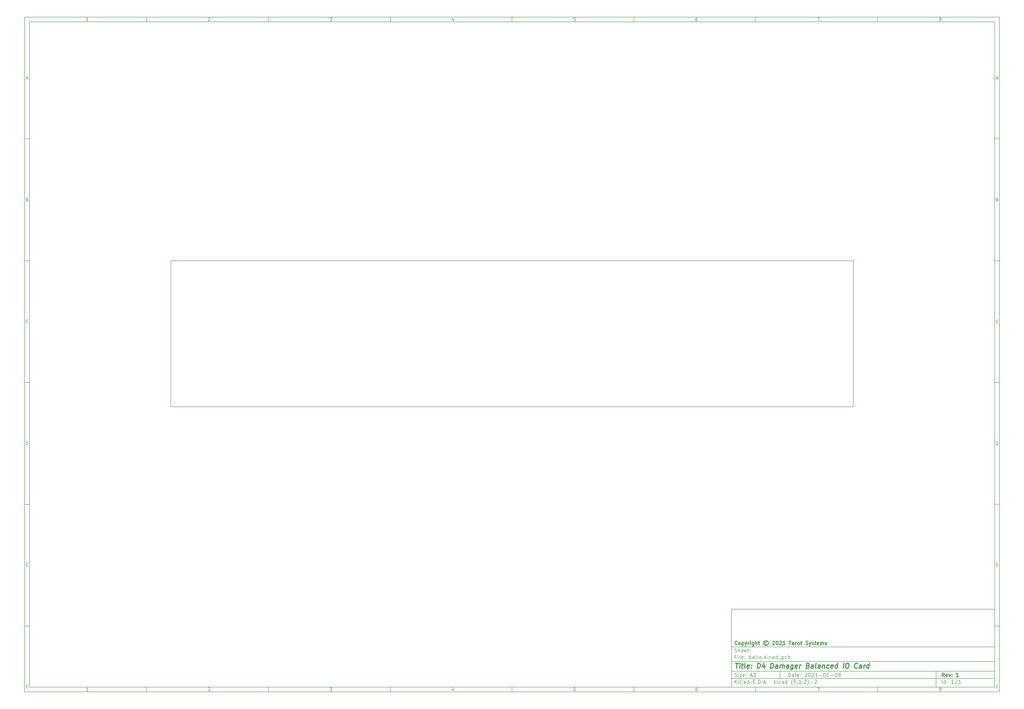
<source format=gbr>
G04 #@! TF.GenerationSoftware,KiCad,Pcbnew,(5.1.2)-2*
G04 #@! TF.CreationDate,2021-01-08T22:00:01+00:00*
G04 #@! TF.ProjectId,balio,62616c69-6f2e-46b6-9963-61645f706362,1*
G04 #@! TF.SameCoordinates,PX42c1d80PYa21fe80*
G04 #@! TF.FileFunction,Profile,NP*
%FSLAX46Y46*%
G04 Gerber Fmt 4.6, Leading zero omitted, Abs format (unit mm)*
G04 Created by KiCad (PCBNEW (5.1.2)-2) date 2021-01-08 22:00:01*
%MOMM*%
%LPD*%
G04 APERTURE LIST*
%ADD10C,0.100000*%
%ADD11C,0.150000*%
%ADD12C,0.300000*%
%ADD13C,0.400000*%
G04 APERTURE END LIST*
D10*
D11*
X229989000Y-83002200D02*
X229989000Y-115002200D01*
X337989000Y-115002200D01*
X337989000Y-83002200D01*
X229989000Y-83002200D01*
D10*
D11*
X-60000000Y160000000D02*
X-60000000Y-117002200D01*
X339989000Y-117002200D01*
X339989000Y160000000D01*
X-60000000Y160000000D01*
D10*
D11*
X-58000000Y158000000D02*
X-58000000Y-115002200D01*
X337989000Y-115002200D01*
X337989000Y158000000D01*
X-58000000Y158000000D01*
D10*
D11*
X-10000000Y158000000D02*
X-10000000Y160000000D01*
D10*
D11*
X40000000Y158000000D02*
X40000000Y160000000D01*
D10*
D11*
X90000000Y158000000D02*
X90000000Y160000000D01*
D10*
D11*
X140000000Y158000000D02*
X140000000Y160000000D01*
D10*
D11*
X190000000Y158000000D02*
X190000000Y160000000D01*
D10*
D11*
X240000000Y158000000D02*
X240000000Y160000000D01*
D10*
D11*
X290000000Y158000000D02*
X290000000Y160000000D01*
D10*
D11*
X-33934524Y158411905D02*
X-34677381Y158411905D01*
X-34305953Y158411905D02*
X-34305953Y159711905D01*
X-34429762Y159526191D01*
X-34553572Y159402381D01*
X-34677381Y159340477D01*
D10*
D11*
X15322619Y159588096D02*
X15384523Y159650000D01*
X15508333Y159711905D01*
X15817857Y159711905D01*
X15941666Y159650000D01*
X16003571Y159588096D01*
X16065476Y159464286D01*
X16065476Y159340477D01*
X16003571Y159154762D01*
X15260714Y158411905D01*
X16065476Y158411905D01*
D10*
D11*
X65260714Y159711905D02*
X66065476Y159711905D01*
X65632142Y159216667D01*
X65817857Y159216667D01*
X65941666Y159154762D01*
X66003571Y159092858D01*
X66065476Y158969048D01*
X66065476Y158659524D01*
X66003571Y158535715D01*
X65941666Y158473810D01*
X65817857Y158411905D01*
X65446428Y158411905D01*
X65322619Y158473810D01*
X65260714Y158535715D01*
D10*
D11*
X115941666Y159278572D02*
X115941666Y158411905D01*
X115632142Y159773810D02*
X115322619Y158845239D01*
X116127380Y158845239D01*
D10*
D11*
X166003571Y159711905D02*
X165384523Y159711905D01*
X165322619Y159092858D01*
X165384523Y159154762D01*
X165508333Y159216667D01*
X165817857Y159216667D01*
X165941666Y159154762D01*
X166003571Y159092858D01*
X166065476Y158969048D01*
X166065476Y158659524D01*
X166003571Y158535715D01*
X165941666Y158473810D01*
X165817857Y158411905D01*
X165508333Y158411905D01*
X165384523Y158473810D01*
X165322619Y158535715D01*
D10*
D11*
X215941666Y159711905D02*
X215694047Y159711905D01*
X215570238Y159650000D01*
X215508333Y159588096D01*
X215384523Y159402381D01*
X215322619Y159154762D01*
X215322619Y158659524D01*
X215384523Y158535715D01*
X215446428Y158473810D01*
X215570238Y158411905D01*
X215817857Y158411905D01*
X215941666Y158473810D01*
X216003571Y158535715D01*
X216065476Y158659524D01*
X216065476Y158969048D01*
X216003571Y159092858D01*
X215941666Y159154762D01*
X215817857Y159216667D01*
X215570238Y159216667D01*
X215446428Y159154762D01*
X215384523Y159092858D01*
X215322619Y158969048D01*
D10*
D11*
X265260714Y159711905D02*
X266127380Y159711905D01*
X265570238Y158411905D01*
D10*
D11*
X315570238Y159154762D02*
X315446428Y159216667D01*
X315384523Y159278572D01*
X315322619Y159402381D01*
X315322619Y159464286D01*
X315384523Y159588096D01*
X315446428Y159650000D01*
X315570238Y159711905D01*
X315817857Y159711905D01*
X315941666Y159650000D01*
X316003571Y159588096D01*
X316065476Y159464286D01*
X316065476Y159402381D01*
X316003571Y159278572D01*
X315941666Y159216667D01*
X315817857Y159154762D01*
X315570238Y159154762D01*
X315446428Y159092858D01*
X315384523Y159030953D01*
X315322619Y158907143D01*
X315322619Y158659524D01*
X315384523Y158535715D01*
X315446428Y158473810D01*
X315570238Y158411905D01*
X315817857Y158411905D01*
X315941666Y158473810D01*
X316003571Y158535715D01*
X316065476Y158659524D01*
X316065476Y158907143D01*
X316003571Y159030953D01*
X315941666Y159092858D01*
X315817857Y159154762D01*
D10*
D11*
X-10000000Y-115002200D02*
X-10000000Y-117002200D01*
D10*
D11*
X40000000Y-115002200D02*
X40000000Y-117002200D01*
D10*
D11*
X90000000Y-115002200D02*
X90000000Y-117002200D01*
D10*
D11*
X140000000Y-115002200D02*
X140000000Y-117002200D01*
D10*
D11*
X190000000Y-115002200D02*
X190000000Y-117002200D01*
D10*
D11*
X240000000Y-115002200D02*
X240000000Y-117002200D01*
D10*
D11*
X290000000Y-115002200D02*
X290000000Y-117002200D01*
D10*
D11*
X-33934524Y-116590295D02*
X-34677381Y-116590295D01*
X-34305953Y-116590295D02*
X-34305953Y-115290295D01*
X-34429762Y-115476009D01*
X-34553572Y-115599819D01*
X-34677381Y-115661723D01*
D10*
D11*
X15322619Y-115414104D02*
X15384523Y-115352200D01*
X15508333Y-115290295D01*
X15817857Y-115290295D01*
X15941666Y-115352200D01*
X16003571Y-115414104D01*
X16065476Y-115537914D01*
X16065476Y-115661723D01*
X16003571Y-115847438D01*
X15260714Y-116590295D01*
X16065476Y-116590295D01*
D10*
D11*
X65260714Y-115290295D02*
X66065476Y-115290295D01*
X65632142Y-115785533D01*
X65817857Y-115785533D01*
X65941666Y-115847438D01*
X66003571Y-115909342D01*
X66065476Y-116033152D01*
X66065476Y-116342676D01*
X66003571Y-116466485D01*
X65941666Y-116528390D01*
X65817857Y-116590295D01*
X65446428Y-116590295D01*
X65322619Y-116528390D01*
X65260714Y-116466485D01*
D10*
D11*
X115941666Y-115723628D02*
X115941666Y-116590295D01*
X115632142Y-115228390D02*
X115322619Y-116156961D01*
X116127380Y-116156961D01*
D10*
D11*
X166003571Y-115290295D02*
X165384523Y-115290295D01*
X165322619Y-115909342D01*
X165384523Y-115847438D01*
X165508333Y-115785533D01*
X165817857Y-115785533D01*
X165941666Y-115847438D01*
X166003571Y-115909342D01*
X166065476Y-116033152D01*
X166065476Y-116342676D01*
X166003571Y-116466485D01*
X165941666Y-116528390D01*
X165817857Y-116590295D01*
X165508333Y-116590295D01*
X165384523Y-116528390D01*
X165322619Y-116466485D01*
D10*
D11*
X215941666Y-115290295D02*
X215694047Y-115290295D01*
X215570238Y-115352200D01*
X215508333Y-115414104D01*
X215384523Y-115599819D01*
X215322619Y-115847438D01*
X215322619Y-116342676D01*
X215384523Y-116466485D01*
X215446428Y-116528390D01*
X215570238Y-116590295D01*
X215817857Y-116590295D01*
X215941666Y-116528390D01*
X216003571Y-116466485D01*
X216065476Y-116342676D01*
X216065476Y-116033152D01*
X216003571Y-115909342D01*
X215941666Y-115847438D01*
X215817857Y-115785533D01*
X215570238Y-115785533D01*
X215446428Y-115847438D01*
X215384523Y-115909342D01*
X215322619Y-116033152D01*
D10*
D11*
X265260714Y-115290295D02*
X266127380Y-115290295D01*
X265570238Y-116590295D01*
D10*
D11*
X315570238Y-115847438D02*
X315446428Y-115785533D01*
X315384523Y-115723628D01*
X315322619Y-115599819D01*
X315322619Y-115537914D01*
X315384523Y-115414104D01*
X315446428Y-115352200D01*
X315570238Y-115290295D01*
X315817857Y-115290295D01*
X315941666Y-115352200D01*
X316003571Y-115414104D01*
X316065476Y-115537914D01*
X316065476Y-115599819D01*
X316003571Y-115723628D01*
X315941666Y-115785533D01*
X315817857Y-115847438D01*
X315570238Y-115847438D01*
X315446428Y-115909342D01*
X315384523Y-115971247D01*
X315322619Y-116095057D01*
X315322619Y-116342676D01*
X315384523Y-116466485D01*
X315446428Y-116528390D01*
X315570238Y-116590295D01*
X315817857Y-116590295D01*
X315941666Y-116528390D01*
X316003571Y-116466485D01*
X316065476Y-116342676D01*
X316065476Y-116095057D01*
X316003571Y-115971247D01*
X315941666Y-115909342D01*
X315817857Y-115847438D01*
D10*
D11*
X-60000000Y110000000D02*
X-58000000Y110000000D01*
D10*
D11*
X-60000000Y60000000D02*
X-58000000Y60000000D01*
D10*
D11*
X-60000000Y10000000D02*
X-58000000Y10000000D01*
D10*
D11*
X-60000000Y-40000000D02*
X-58000000Y-40000000D01*
D10*
D11*
X-60000000Y-90000000D02*
X-58000000Y-90000000D01*
D10*
D11*
X-59309524Y134783334D02*
X-58690477Y134783334D01*
X-59433334Y134411905D02*
X-59000000Y135711905D01*
X-58566667Y134411905D01*
D10*
D11*
X-58907143Y85092858D02*
X-58721429Y85030953D01*
X-58659524Y84969048D01*
X-58597620Y84845239D01*
X-58597620Y84659524D01*
X-58659524Y84535715D01*
X-58721429Y84473810D01*
X-58845239Y84411905D01*
X-59340477Y84411905D01*
X-59340477Y85711905D01*
X-58907143Y85711905D01*
X-58783334Y85650000D01*
X-58721429Y85588096D01*
X-58659524Y85464286D01*
X-58659524Y85340477D01*
X-58721429Y85216667D01*
X-58783334Y85154762D01*
X-58907143Y85092858D01*
X-59340477Y85092858D01*
D10*
D11*
X-58597620Y34535715D02*
X-58659524Y34473810D01*
X-58845239Y34411905D01*
X-58969048Y34411905D01*
X-59154762Y34473810D01*
X-59278572Y34597620D01*
X-59340477Y34721429D01*
X-59402381Y34969048D01*
X-59402381Y35154762D01*
X-59340477Y35402381D01*
X-59278572Y35526191D01*
X-59154762Y35650000D01*
X-58969048Y35711905D01*
X-58845239Y35711905D01*
X-58659524Y35650000D01*
X-58597620Y35588096D01*
D10*
D11*
X-59340477Y-15588095D02*
X-59340477Y-14288095D01*
X-59030953Y-14288095D01*
X-58845239Y-14350000D01*
X-58721429Y-14473809D01*
X-58659524Y-14597619D01*
X-58597620Y-14845238D01*
X-58597620Y-15030952D01*
X-58659524Y-15278571D01*
X-58721429Y-15402380D01*
X-58845239Y-15526190D01*
X-59030953Y-15588095D01*
X-59340477Y-15588095D01*
D10*
D11*
X-59278572Y-64907142D02*
X-58845239Y-64907142D01*
X-58659524Y-65588095D02*
X-59278572Y-65588095D01*
X-59278572Y-64288095D01*
X-58659524Y-64288095D01*
D10*
D11*
X-58814286Y-114907142D02*
X-59247620Y-114907142D01*
X-59247620Y-115588095D02*
X-59247620Y-114288095D01*
X-58628572Y-114288095D01*
D10*
D11*
X339989000Y110000000D02*
X337989000Y110000000D01*
D10*
D11*
X339989000Y60000000D02*
X337989000Y60000000D01*
D10*
D11*
X339989000Y10000000D02*
X337989000Y10000000D01*
D10*
D11*
X339989000Y-40000000D02*
X337989000Y-40000000D01*
D10*
D11*
X339989000Y-90000000D02*
X337989000Y-90000000D01*
D10*
D11*
X338679476Y134783334D02*
X339298523Y134783334D01*
X338555666Y134411905D02*
X338989000Y135711905D01*
X339422333Y134411905D01*
D10*
D11*
X339081857Y85092858D02*
X339267571Y85030953D01*
X339329476Y84969048D01*
X339391380Y84845239D01*
X339391380Y84659524D01*
X339329476Y84535715D01*
X339267571Y84473810D01*
X339143761Y84411905D01*
X338648523Y84411905D01*
X338648523Y85711905D01*
X339081857Y85711905D01*
X339205666Y85650000D01*
X339267571Y85588096D01*
X339329476Y85464286D01*
X339329476Y85340477D01*
X339267571Y85216667D01*
X339205666Y85154762D01*
X339081857Y85092858D01*
X338648523Y85092858D01*
D10*
D11*
X339391380Y34535715D02*
X339329476Y34473810D01*
X339143761Y34411905D01*
X339019952Y34411905D01*
X338834238Y34473810D01*
X338710428Y34597620D01*
X338648523Y34721429D01*
X338586619Y34969048D01*
X338586619Y35154762D01*
X338648523Y35402381D01*
X338710428Y35526191D01*
X338834238Y35650000D01*
X339019952Y35711905D01*
X339143761Y35711905D01*
X339329476Y35650000D01*
X339391380Y35588096D01*
D10*
D11*
X338648523Y-15588095D02*
X338648523Y-14288095D01*
X338958047Y-14288095D01*
X339143761Y-14350000D01*
X339267571Y-14473809D01*
X339329476Y-14597619D01*
X339391380Y-14845238D01*
X339391380Y-15030952D01*
X339329476Y-15278571D01*
X339267571Y-15402380D01*
X339143761Y-15526190D01*
X338958047Y-15588095D01*
X338648523Y-15588095D01*
D10*
D11*
X338710428Y-64907142D02*
X339143761Y-64907142D01*
X339329476Y-65588095D02*
X338710428Y-65588095D01*
X338710428Y-64288095D01*
X339329476Y-64288095D01*
D10*
D11*
X339174714Y-114907142D02*
X338741380Y-114907142D01*
X338741380Y-115588095D02*
X338741380Y-114288095D01*
X339360428Y-114288095D01*
D10*
D11*
X253421142Y-110780771D02*
X253421142Y-109280771D01*
X253778285Y-109280771D01*
X253992571Y-109352200D01*
X254135428Y-109495057D01*
X254206857Y-109637914D01*
X254278285Y-109923628D01*
X254278285Y-110137914D01*
X254206857Y-110423628D01*
X254135428Y-110566485D01*
X253992571Y-110709342D01*
X253778285Y-110780771D01*
X253421142Y-110780771D01*
X255564000Y-110780771D02*
X255564000Y-109995057D01*
X255492571Y-109852200D01*
X255349714Y-109780771D01*
X255064000Y-109780771D01*
X254921142Y-109852200D01*
X255564000Y-110709342D02*
X255421142Y-110780771D01*
X255064000Y-110780771D01*
X254921142Y-110709342D01*
X254849714Y-110566485D01*
X254849714Y-110423628D01*
X254921142Y-110280771D01*
X255064000Y-110209342D01*
X255421142Y-110209342D01*
X255564000Y-110137914D01*
X256064000Y-109780771D02*
X256635428Y-109780771D01*
X256278285Y-109280771D02*
X256278285Y-110566485D01*
X256349714Y-110709342D01*
X256492571Y-110780771D01*
X256635428Y-110780771D01*
X257706857Y-110709342D02*
X257564000Y-110780771D01*
X257278285Y-110780771D01*
X257135428Y-110709342D01*
X257064000Y-110566485D01*
X257064000Y-109995057D01*
X257135428Y-109852200D01*
X257278285Y-109780771D01*
X257564000Y-109780771D01*
X257706857Y-109852200D01*
X257778285Y-109995057D01*
X257778285Y-110137914D01*
X257064000Y-110280771D01*
X258421142Y-110637914D02*
X258492571Y-110709342D01*
X258421142Y-110780771D01*
X258349714Y-110709342D01*
X258421142Y-110637914D01*
X258421142Y-110780771D01*
X258421142Y-109852200D02*
X258492571Y-109923628D01*
X258421142Y-109995057D01*
X258349714Y-109923628D01*
X258421142Y-109852200D01*
X258421142Y-109995057D01*
X260206857Y-109423628D02*
X260278285Y-109352200D01*
X260421142Y-109280771D01*
X260778285Y-109280771D01*
X260921142Y-109352200D01*
X260992571Y-109423628D01*
X261064000Y-109566485D01*
X261064000Y-109709342D01*
X260992571Y-109923628D01*
X260135428Y-110780771D01*
X261064000Y-110780771D01*
X261992571Y-109280771D02*
X262135428Y-109280771D01*
X262278285Y-109352200D01*
X262349714Y-109423628D01*
X262421142Y-109566485D01*
X262492571Y-109852200D01*
X262492571Y-110209342D01*
X262421142Y-110495057D01*
X262349714Y-110637914D01*
X262278285Y-110709342D01*
X262135428Y-110780771D01*
X261992571Y-110780771D01*
X261849714Y-110709342D01*
X261778285Y-110637914D01*
X261706857Y-110495057D01*
X261635428Y-110209342D01*
X261635428Y-109852200D01*
X261706857Y-109566485D01*
X261778285Y-109423628D01*
X261849714Y-109352200D01*
X261992571Y-109280771D01*
X263064000Y-109423628D02*
X263135428Y-109352200D01*
X263278285Y-109280771D01*
X263635428Y-109280771D01*
X263778285Y-109352200D01*
X263849714Y-109423628D01*
X263921142Y-109566485D01*
X263921142Y-109709342D01*
X263849714Y-109923628D01*
X262992571Y-110780771D01*
X263921142Y-110780771D01*
X265349714Y-110780771D02*
X264492571Y-110780771D01*
X264921142Y-110780771D02*
X264921142Y-109280771D01*
X264778285Y-109495057D01*
X264635428Y-109637914D01*
X264492571Y-109709342D01*
X265992571Y-110209342D02*
X267135428Y-110209342D01*
X268135428Y-109280771D02*
X268278285Y-109280771D01*
X268421142Y-109352200D01*
X268492571Y-109423628D01*
X268564000Y-109566485D01*
X268635428Y-109852200D01*
X268635428Y-110209342D01*
X268564000Y-110495057D01*
X268492571Y-110637914D01*
X268421142Y-110709342D01*
X268278285Y-110780771D01*
X268135428Y-110780771D01*
X267992571Y-110709342D01*
X267921142Y-110637914D01*
X267849714Y-110495057D01*
X267778285Y-110209342D01*
X267778285Y-109852200D01*
X267849714Y-109566485D01*
X267921142Y-109423628D01*
X267992571Y-109352200D01*
X268135428Y-109280771D01*
X270064000Y-110780771D02*
X269206857Y-110780771D01*
X269635428Y-110780771D02*
X269635428Y-109280771D01*
X269492571Y-109495057D01*
X269349714Y-109637914D01*
X269206857Y-109709342D01*
X270706857Y-110209342D02*
X271849714Y-110209342D01*
X272849714Y-109280771D02*
X272992571Y-109280771D01*
X273135428Y-109352200D01*
X273206857Y-109423628D01*
X273278285Y-109566485D01*
X273349714Y-109852200D01*
X273349714Y-110209342D01*
X273278285Y-110495057D01*
X273206857Y-110637914D01*
X273135428Y-110709342D01*
X272992571Y-110780771D01*
X272849714Y-110780771D01*
X272706857Y-110709342D01*
X272635428Y-110637914D01*
X272564000Y-110495057D01*
X272492571Y-110209342D01*
X272492571Y-109852200D01*
X272564000Y-109566485D01*
X272635428Y-109423628D01*
X272706857Y-109352200D01*
X272849714Y-109280771D01*
X274206857Y-109923628D02*
X274064000Y-109852200D01*
X273992571Y-109780771D01*
X273921142Y-109637914D01*
X273921142Y-109566485D01*
X273992571Y-109423628D01*
X274064000Y-109352200D01*
X274206857Y-109280771D01*
X274492571Y-109280771D01*
X274635428Y-109352200D01*
X274706857Y-109423628D01*
X274778285Y-109566485D01*
X274778285Y-109637914D01*
X274706857Y-109780771D01*
X274635428Y-109852200D01*
X274492571Y-109923628D01*
X274206857Y-109923628D01*
X274064000Y-109995057D01*
X273992571Y-110066485D01*
X273921142Y-110209342D01*
X273921142Y-110495057D01*
X273992571Y-110637914D01*
X274064000Y-110709342D01*
X274206857Y-110780771D01*
X274492571Y-110780771D01*
X274635428Y-110709342D01*
X274706857Y-110637914D01*
X274778285Y-110495057D01*
X274778285Y-110209342D01*
X274706857Y-110066485D01*
X274635428Y-109995057D01*
X274492571Y-109923628D01*
D10*
D11*
X229989000Y-111502200D02*
X337989000Y-111502200D01*
D10*
D11*
X231421142Y-113580771D02*
X231421142Y-112080771D01*
X232278285Y-113580771D02*
X231635428Y-112723628D01*
X232278285Y-112080771D02*
X231421142Y-112937914D01*
X232921142Y-113580771D02*
X232921142Y-112580771D01*
X232921142Y-112080771D02*
X232849714Y-112152200D01*
X232921142Y-112223628D01*
X232992571Y-112152200D01*
X232921142Y-112080771D01*
X232921142Y-112223628D01*
X234492571Y-113437914D02*
X234421142Y-113509342D01*
X234206857Y-113580771D01*
X234064000Y-113580771D01*
X233849714Y-113509342D01*
X233706857Y-113366485D01*
X233635428Y-113223628D01*
X233564000Y-112937914D01*
X233564000Y-112723628D01*
X233635428Y-112437914D01*
X233706857Y-112295057D01*
X233849714Y-112152200D01*
X234064000Y-112080771D01*
X234206857Y-112080771D01*
X234421142Y-112152200D01*
X234492571Y-112223628D01*
X235778285Y-113580771D02*
X235778285Y-112795057D01*
X235706857Y-112652200D01*
X235564000Y-112580771D01*
X235278285Y-112580771D01*
X235135428Y-112652200D01*
X235778285Y-113509342D02*
X235635428Y-113580771D01*
X235278285Y-113580771D01*
X235135428Y-113509342D01*
X235064000Y-113366485D01*
X235064000Y-113223628D01*
X235135428Y-113080771D01*
X235278285Y-113009342D01*
X235635428Y-113009342D01*
X235778285Y-112937914D01*
X237135428Y-113580771D02*
X237135428Y-112080771D01*
X237135428Y-113509342D02*
X236992571Y-113580771D01*
X236706857Y-113580771D01*
X236564000Y-113509342D01*
X236492571Y-113437914D01*
X236421142Y-113295057D01*
X236421142Y-112866485D01*
X236492571Y-112723628D01*
X236564000Y-112652200D01*
X236706857Y-112580771D01*
X236992571Y-112580771D01*
X237135428Y-112652200D01*
X238992571Y-112795057D02*
X239492571Y-112795057D01*
X239706857Y-113580771D02*
X238992571Y-113580771D01*
X238992571Y-112080771D01*
X239706857Y-112080771D01*
X240349714Y-113437914D02*
X240421142Y-113509342D01*
X240349714Y-113580771D01*
X240278285Y-113509342D01*
X240349714Y-113437914D01*
X240349714Y-113580771D01*
X241064000Y-113580771D02*
X241064000Y-112080771D01*
X241421142Y-112080771D01*
X241635428Y-112152200D01*
X241778285Y-112295057D01*
X241849714Y-112437914D01*
X241921142Y-112723628D01*
X241921142Y-112937914D01*
X241849714Y-113223628D01*
X241778285Y-113366485D01*
X241635428Y-113509342D01*
X241421142Y-113580771D01*
X241064000Y-113580771D01*
X242564000Y-113437914D02*
X242635428Y-113509342D01*
X242564000Y-113580771D01*
X242492571Y-113509342D01*
X242564000Y-113437914D01*
X242564000Y-113580771D01*
X243206857Y-113152200D02*
X243921142Y-113152200D01*
X243064000Y-113580771D02*
X243564000Y-112080771D01*
X244064000Y-113580771D01*
X244564000Y-113437914D02*
X244635428Y-113509342D01*
X244564000Y-113580771D01*
X244492571Y-113509342D01*
X244564000Y-113437914D01*
X244564000Y-113580771D01*
X247564000Y-113580771D02*
X247564000Y-112080771D01*
X247706857Y-113009342D02*
X248135428Y-113580771D01*
X248135428Y-112580771D02*
X247564000Y-113152200D01*
X248778285Y-113580771D02*
X248778285Y-112580771D01*
X248778285Y-112080771D02*
X248706857Y-112152200D01*
X248778285Y-112223628D01*
X248849714Y-112152200D01*
X248778285Y-112080771D01*
X248778285Y-112223628D01*
X250135428Y-113509342D02*
X249992571Y-113580771D01*
X249706857Y-113580771D01*
X249564000Y-113509342D01*
X249492571Y-113437914D01*
X249421142Y-113295057D01*
X249421142Y-112866485D01*
X249492571Y-112723628D01*
X249564000Y-112652200D01*
X249706857Y-112580771D01*
X249992571Y-112580771D01*
X250135428Y-112652200D01*
X251421142Y-113580771D02*
X251421142Y-112795057D01*
X251349714Y-112652200D01*
X251206857Y-112580771D01*
X250921142Y-112580771D01*
X250778285Y-112652200D01*
X251421142Y-113509342D02*
X251278285Y-113580771D01*
X250921142Y-113580771D01*
X250778285Y-113509342D01*
X250706857Y-113366485D01*
X250706857Y-113223628D01*
X250778285Y-113080771D01*
X250921142Y-113009342D01*
X251278285Y-113009342D01*
X251421142Y-112937914D01*
X252778285Y-113580771D02*
X252778285Y-112080771D01*
X252778285Y-113509342D02*
X252635428Y-113580771D01*
X252349714Y-113580771D01*
X252206857Y-113509342D01*
X252135428Y-113437914D01*
X252064000Y-113295057D01*
X252064000Y-112866485D01*
X252135428Y-112723628D01*
X252206857Y-112652200D01*
X252349714Y-112580771D01*
X252635428Y-112580771D01*
X252778285Y-112652200D01*
X255064000Y-114152200D02*
X254992571Y-114080771D01*
X254849714Y-113866485D01*
X254778285Y-113723628D01*
X254706857Y-113509342D01*
X254635428Y-113152200D01*
X254635428Y-112866485D01*
X254706857Y-112509342D01*
X254778285Y-112295057D01*
X254849714Y-112152200D01*
X254992571Y-111937914D01*
X255064000Y-111866485D01*
X256349714Y-112080771D02*
X255635428Y-112080771D01*
X255564000Y-112795057D01*
X255635428Y-112723628D01*
X255778285Y-112652200D01*
X256135428Y-112652200D01*
X256278285Y-112723628D01*
X256349714Y-112795057D01*
X256421142Y-112937914D01*
X256421142Y-113295057D01*
X256349714Y-113437914D01*
X256278285Y-113509342D01*
X256135428Y-113580771D01*
X255778285Y-113580771D01*
X255635428Y-113509342D01*
X255564000Y-113437914D01*
X257064000Y-113437914D02*
X257135428Y-113509342D01*
X257064000Y-113580771D01*
X256992571Y-113509342D01*
X257064000Y-113437914D01*
X257064000Y-113580771D01*
X258564000Y-113580771D02*
X257706857Y-113580771D01*
X258135428Y-113580771D02*
X258135428Y-112080771D01*
X257992571Y-112295057D01*
X257849714Y-112437914D01*
X257706857Y-112509342D01*
X259206857Y-113437914D02*
X259278285Y-113509342D01*
X259206857Y-113580771D01*
X259135428Y-113509342D01*
X259206857Y-113437914D01*
X259206857Y-113580771D01*
X259849714Y-112223628D02*
X259921142Y-112152200D01*
X260064000Y-112080771D01*
X260421142Y-112080771D01*
X260564000Y-112152200D01*
X260635428Y-112223628D01*
X260706857Y-112366485D01*
X260706857Y-112509342D01*
X260635428Y-112723628D01*
X259778285Y-113580771D01*
X260706857Y-113580771D01*
X261206857Y-114152200D02*
X261278285Y-114080771D01*
X261421142Y-113866485D01*
X261492571Y-113723628D01*
X261564000Y-113509342D01*
X261635428Y-113152200D01*
X261635428Y-112866485D01*
X261564000Y-112509342D01*
X261492571Y-112295057D01*
X261421142Y-112152200D01*
X261278285Y-111937914D01*
X261206857Y-111866485D01*
X262349714Y-113009342D02*
X263492571Y-113009342D01*
X264135428Y-112223628D02*
X264206857Y-112152200D01*
X264349714Y-112080771D01*
X264706857Y-112080771D01*
X264849714Y-112152200D01*
X264921142Y-112223628D01*
X264992571Y-112366485D01*
X264992571Y-112509342D01*
X264921142Y-112723628D01*
X264064000Y-113580771D01*
X264992571Y-113580771D01*
D10*
D11*
X229989000Y-108502200D02*
X337989000Y-108502200D01*
D10*
D12*
X317398285Y-110780771D02*
X316898285Y-110066485D01*
X316541142Y-110780771D02*
X316541142Y-109280771D01*
X317112571Y-109280771D01*
X317255428Y-109352200D01*
X317326857Y-109423628D01*
X317398285Y-109566485D01*
X317398285Y-109780771D01*
X317326857Y-109923628D01*
X317255428Y-109995057D01*
X317112571Y-110066485D01*
X316541142Y-110066485D01*
X318612571Y-110709342D02*
X318469714Y-110780771D01*
X318184000Y-110780771D01*
X318041142Y-110709342D01*
X317969714Y-110566485D01*
X317969714Y-109995057D01*
X318041142Y-109852200D01*
X318184000Y-109780771D01*
X318469714Y-109780771D01*
X318612571Y-109852200D01*
X318684000Y-109995057D01*
X318684000Y-110137914D01*
X317969714Y-110280771D01*
X319184000Y-109780771D02*
X319541142Y-110780771D01*
X319898285Y-109780771D01*
X320469714Y-110637914D02*
X320541142Y-110709342D01*
X320469714Y-110780771D01*
X320398285Y-110709342D01*
X320469714Y-110637914D01*
X320469714Y-110780771D01*
X320469714Y-109852200D02*
X320541142Y-109923628D01*
X320469714Y-109995057D01*
X320398285Y-109923628D01*
X320469714Y-109852200D01*
X320469714Y-109995057D01*
X323112571Y-110780771D02*
X322255428Y-110780771D01*
X322684000Y-110780771D02*
X322684000Y-109280771D01*
X322541142Y-109495057D01*
X322398285Y-109637914D01*
X322255428Y-109709342D01*
D10*
D11*
X231349714Y-110709342D02*
X231564000Y-110780771D01*
X231921142Y-110780771D01*
X232064000Y-110709342D01*
X232135428Y-110637914D01*
X232206857Y-110495057D01*
X232206857Y-110352200D01*
X232135428Y-110209342D01*
X232064000Y-110137914D01*
X231921142Y-110066485D01*
X231635428Y-109995057D01*
X231492571Y-109923628D01*
X231421142Y-109852200D01*
X231349714Y-109709342D01*
X231349714Y-109566485D01*
X231421142Y-109423628D01*
X231492571Y-109352200D01*
X231635428Y-109280771D01*
X231992571Y-109280771D01*
X232206857Y-109352200D01*
X232849714Y-110780771D02*
X232849714Y-109780771D01*
X232849714Y-109280771D02*
X232778285Y-109352200D01*
X232849714Y-109423628D01*
X232921142Y-109352200D01*
X232849714Y-109280771D01*
X232849714Y-109423628D01*
X233421142Y-109780771D02*
X234206857Y-109780771D01*
X233421142Y-110780771D01*
X234206857Y-110780771D01*
X235349714Y-110709342D02*
X235206857Y-110780771D01*
X234921142Y-110780771D01*
X234778285Y-110709342D01*
X234706857Y-110566485D01*
X234706857Y-109995057D01*
X234778285Y-109852200D01*
X234921142Y-109780771D01*
X235206857Y-109780771D01*
X235349714Y-109852200D01*
X235421142Y-109995057D01*
X235421142Y-110137914D01*
X234706857Y-110280771D01*
X236064000Y-110637914D02*
X236135428Y-110709342D01*
X236064000Y-110780771D01*
X235992571Y-110709342D01*
X236064000Y-110637914D01*
X236064000Y-110780771D01*
X236064000Y-109852200D02*
X236135428Y-109923628D01*
X236064000Y-109995057D01*
X235992571Y-109923628D01*
X236064000Y-109852200D01*
X236064000Y-109995057D01*
X237849714Y-110352200D02*
X238564000Y-110352200D01*
X237706857Y-110780771D02*
X238206857Y-109280771D01*
X238706857Y-110780771D01*
X239064000Y-109280771D02*
X239992571Y-109280771D01*
X239492571Y-109852200D01*
X239706857Y-109852200D01*
X239849714Y-109923628D01*
X239921142Y-109995057D01*
X239992571Y-110137914D01*
X239992571Y-110495057D01*
X239921142Y-110637914D01*
X239849714Y-110709342D01*
X239706857Y-110780771D01*
X239278285Y-110780771D01*
X239135428Y-110709342D01*
X239064000Y-110637914D01*
D10*
D11*
X316421142Y-113580771D02*
X316421142Y-112080771D01*
X317778285Y-113580771D02*
X317778285Y-112080771D01*
X317778285Y-113509342D02*
X317635428Y-113580771D01*
X317349714Y-113580771D01*
X317206857Y-113509342D01*
X317135428Y-113437914D01*
X317064000Y-113295057D01*
X317064000Y-112866485D01*
X317135428Y-112723628D01*
X317206857Y-112652200D01*
X317349714Y-112580771D01*
X317635428Y-112580771D01*
X317778285Y-112652200D01*
X318492571Y-113437914D02*
X318564000Y-113509342D01*
X318492571Y-113580771D01*
X318421142Y-113509342D01*
X318492571Y-113437914D01*
X318492571Y-113580771D01*
X318492571Y-112652200D02*
X318564000Y-112723628D01*
X318492571Y-112795057D01*
X318421142Y-112723628D01*
X318492571Y-112652200D01*
X318492571Y-112795057D01*
X321135428Y-113580771D02*
X320278285Y-113580771D01*
X320706857Y-113580771D02*
X320706857Y-112080771D01*
X320564000Y-112295057D01*
X320421142Y-112437914D01*
X320278285Y-112509342D01*
X322849714Y-112009342D02*
X321564000Y-113937914D01*
X324135428Y-113580771D02*
X323278285Y-113580771D01*
X323706857Y-113580771D02*
X323706857Y-112080771D01*
X323564000Y-112295057D01*
X323421142Y-112437914D01*
X323278285Y-112509342D01*
D10*
D11*
X229989000Y-104502200D02*
X337989000Y-104502200D01*
D10*
D13*
X231701380Y-105206961D02*
X232844238Y-105206961D01*
X232022809Y-107206961D02*
X232272809Y-105206961D01*
X233260904Y-107206961D02*
X233427571Y-105873628D01*
X233510904Y-105206961D02*
X233403761Y-105302200D01*
X233487095Y-105397438D01*
X233594238Y-105302200D01*
X233510904Y-105206961D01*
X233487095Y-105397438D01*
X234094238Y-105873628D02*
X234856142Y-105873628D01*
X234463285Y-105206961D02*
X234249000Y-106921247D01*
X234320428Y-107111723D01*
X234499000Y-107206961D01*
X234689476Y-107206961D01*
X235641857Y-107206961D02*
X235463285Y-107111723D01*
X235391857Y-106921247D01*
X235606142Y-105206961D01*
X237177571Y-107111723D02*
X236975190Y-107206961D01*
X236594238Y-107206961D01*
X236415666Y-107111723D01*
X236344238Y-106921247D01*
X236439476Y-106159342D01*
X236558523Y-105968866D01*
X236760904Y-105873628D01*
X237141857Y-105873628D01*
X237320428Y-105968866D01*
X237391857Y-106159342D01*
X237368047Y-106349819D01*
X236391857Y-106540295D01*
X238141857Y-107016485D02*
X238225190Y-107111723D01*
X238118047Y-107206961D01*
X238034714Y-107111723D01*
X238141857Y-107016485D01*
X238118047Y-107206961D01*
X238272809Y-105968866D02*
X238356142Y-106064104D01*
X238249000Y-106159342D01*
X238165666Y-106064104D01*
X238272809Y-105968866D01*
X238249000Y-106159342D01*
X240594238Y-107206961D02*
X240844238Y-105206961D01*
X241320428Y-105206961D01*
X241594238Y-105302200D01*
X241760904Y-105492676D01*
X241832333Y-105683152D01*
X241879952Y-106064104D01*
X241844238Y-106349819D01*
X241701380Y-106730771D01*
X241582333Y-106921247D01*
X241368047Y-107111723D01*
X241070428Y-107206961D01*
X240594238Y-107206961D01*
X243618047Y-105873628D02*
X243451380Y-107206961D01*
X243237095Y-105111723D02*
X242582333Y-106540295D01*
X243820428Y-106540295D01*
X246022809Y-107206961D02*
X246272809Y-105206961D01*
X246749000Y-105206961D01*
X247022809Y-105302200D01*
X247189476Y-105492676D01*
X247260904Y-105683152D01*
X247308523Y-106064104D01*
X247272809Y-106349819D01*
X247129952Y-106730771D01*
X247010904Y-106921247D01*
X246796619Y-107111723D01*
X246499000Y-107206961D01*
X246022809Y-107206961D01*
X248879952Y-107206961D02*
X249010904Y-106159342D01*
X248939476Y-105968866D01*
X248760904Y-105873628D01*
X248379952Y-105873628D01*
X248177571Y-105968866D01*
X248891857Y-107111723D02*
X248689476Y-107206961D01*
X248213285Y-107206961D01*
X248034714Y-107111723D01*
X247963285Y-106921247D01*
X247987095Y-106730771D01*
X248106142Y-106540295D01*
X248308523Y-106445057D01*
X248784714Y-106445057D01*
X248987095Y-106349819D01*
X249832333Y-107206961D02*
X249999000Y-105873628D01*
X249975190Y-106064104D02*
X250082333Y-105968866D01*
X250284714Y-105873628D01*
X250570428Y-105873628D01*
X250749000Y-105968866D01*
X250820428Y-106159342D01*
X250689476Y-107206961D01*
X250820428Y-106159342D02*
X250939476Y-105968866D01*
X251141857Y-105873628D01*
X251427571Y-105873628D01*
X251606142Y-105968866D01*
X251677571Y-106159342D01*
X251546619Y-107206961D01*
X253356142Y-107206961D02*
X253487095Y-106159342D01*
X253415666Y-105968866D01*
X253237095Y-105873628D01*
X252856142Y-105873628D01*
X252653761Y-105968866D01*
X253368047Y-107111723D02*
X253165666Y-107206961D01*
X252689476Y-107206961D01*
X252510904Y-107111723D01*
X252439476Y-106921247D01*
X252463285Y-106730771D01*
X252582333Y-106540295D01*
X252784714Y-106445057D01*
X253260904Y-106445057D01*
X253463285Y-106349819D01*
X255332333Y-105873628D02*
X255129952Y-107492676D01*
X255010904Y-107683152D01*
X254903761Y-107778390D01*
X254701380Y-107873628D01*
X254415666Y-107873628D01*
X254237095Y-107778390D01*
X255177571Y-107111723D02*
X254975190Y-107206961D01*
X254594238Y-107206961D01*
X254415666Y-107111723D01*
X254332333Y-107016485D01*
X254260904Y-106826009D01*
X254332333Y-106254580D01*
X254451380Y-106064104D01*
X254558523Y-105968866D01*
X254760904Y-105873628D01*
X255141857Y-105873628D01*
X255320428Y-105968866D01*
X256891857Y-107111723D02*
X256689476Y-107206961D01*
X256308523Y-107206961D01*
X256129952Y-107111723D01*
X256058523Y-106921247D01*
X256153761Y-106159342D01*
X256272809Y-105968866D01*
X256475190Y-105873628D01*
X256856142Y-105873628D01*
X257034714Y-105968866D01*
X257106142Y-106159342D01*
X257082333Y-106349819D01*
X256106142Y-106540295D01*
X257832333Y-107206961D02*
X257999000Y-105873628D01*
X257951380Y-106254580D02*
X258070428Y-106064104D01*
X258177571Y-105968866D01*
X258379952Y-105873628D01*
X258570428Y-105873628D01*
X261391857Y-106159342D02*
X261665666Y-106254580D01*
X261749000Y-106349819D01*
X261820428Y-106540295D01*
X261784714Y-106826009D01*
X261665666Y-107016485D01*
X261558523Y-107111723D01*
X261356142Y-107206961D01*
X260594238Y-107206961D01*
X260844238Y-105206961D01*
X261510904Y-105206961D01*
X261689476Y-105302200D01*
X261772809Y-105397438D01*
X261844238Y-105587914D01*
X261820428Y-105778390D01*
X261701380Y-105968866D01*
X261594238Y-106064104D01*
X261391857Y-106159342D01*
X260725190Y-106159342D01*
X263451380Y-107206961D02*
X263582333Y-106159342D01*
X263510904Y-105968866D01*
X263332333Y-105873628D01*
X262951380Y-105873628D01*
X262749000Y-105968866D01*
X263463285Y-107111723D02*
X263260904Y-107206961D01*
X262784714Y-107206961D01*
X262606142Y-107111723D01*
X262534714Y-106921247D01*
X262558523Y-106730771D01*
X262677571Y-106540295D01*
X262879952Y-106445057D01*
X263356142Y-106445057D01*
X263558523Y-106349819D01*
X264689476Y-107206961D02*
X264510904Y-107111723D01*
X264439476Y-106921247D01*
X264653761Y-105206961D01*
X266308523Y-107206961D02*
X266439476Y-106159342D01*
X266368047Y-105968866D01*
X266189476Y-105873628D01*
X265808523Y-105873628D01*
X265606142Y-105968866D01*
X266320428Y-107111723D02*
X266118047Y-107206961D01*
X265641857Y-107206961D01*
X265463285Y-107111723D01*
X265391857Y-106921247D01*
X265415666Y-106730771D01*
X265534714Y-106540295D01*
X265737095Y-106445057D01*
X266213285Y-106445057D01*
X266415666Y-106349819D01*
X267427571Y-105873628D02*
X267260904Y-107206961D01*
X267403761Y-106064104D02*
X267510904Y-105968866D01*
X267713285Y-105873628D01*
X267999000Y-105873628D01*
X268177571Y-105968866D01*
X268249000Y-106159342D01*
X268118047Y-107206961D01*
X269939476Y-107111723D02*
X269737095Y-107206961D01*
X269356142Y-107206961D01*
X269177571Y-107111723D01*
X269094238Y-107016485D01*
X269022809Y-106826009D01*
X269094238Y-106254580D01*
X269213285Y-106064104D01*
X269320428Y-105968866D01*
X269522809Y-105873628D01*
X269903761Y-105873628D01*
X270082333Y-105968866D01*
X271558523Y-107111723D02*
X271356142Y-107206961D01*
X270975190Y-107206961D01*
X270796619Y-107111723D01*
X270725190Y-106921247D01*
X270820428Y-106159342D01*
X270939476Y-105968866D01*
X271141857Y-105873628D01*
X271522809Y-105873628D01*
X271701380Y-105968866D01*
X271772809Y-106159342D01*
X271749000Y-106349819D01*
X270772809Y-106540295D01*
X273356142Y-107206961D02*
X273606142Y-105206961D01*
X273368047Y-107111723D02*
X273165666Y-107206961D01*
X272784714Y-107206961D01*
X272606142Y-107111723D01*
X272522809Y-107016485D01*
X272451380Y-106826009D01*
X272522809Y-106254580D01*
X272641857Y-106064104D01*
X272749000Y-105968866D01*
X272951380Y-105873628D01*
X273332333Y-105873628D01*
X273510904Y-105968866D01*
X275832333Y-107206961D02*
X276082333Y-105206961D01*
X277415666Y-105206961D02*
X277796619Y-105206961D01*
X277975190Y-105302200D01*
X278141857Y-105492676D01*
X278189476Y-105873628D01*
X278106142Y-106540295D01*
X277963285Y-106921247D01*
X277749000Y-107111723D01*
X277546619Y-107206961D01*
X277165666Y-107206961D01*
X276987095Y-107111723D01*
X276820428Y-106921247D01*
X276772809Y-106540295D01*
X276856142Y-105873628D01*
X276999000Y-105492676D01*
X277213285Y-105302200D01*
X277415666Y-105206961D01*
X281570428Y-107016485D02*
X281463285Y-107111723D01*
X281165666Y-107206961D01*
X280975190Y-107206961D01*
X280701380Y-107111723D01*
X280534714Y-106921247D01*
X280463285Y-106730771D01*
X280415666Y-106349819D01*
X280451380Y-106064104D01*
X280594238Y-105683152D01*
X280713285Y-105492676D01*
X280927571Y-105302200D01*
X281225190Y-105206961D01*
X281415666Y-105206961D01*
X281689476Y-105302200D01*
X281772809Y-105397438D01*
X283260904Y-107206961D02*
X283391857Y-106159342D01*
X283320428Y-105968866D01*
X283141857Y-105873628D01*
X282760904Y-105873628D01*
X282558523Y-105968866D01*
X283272809Y-107111723D02*
X283070428Y-107206961D01*
X282594238Y-107206961D01*
X282415666Y-107111723D01*
X282344238Y-106921247D01*
X282368047Y-106730771D01*
X282487095Y-106540295D01*
X282689476Y-106445057D01*
X283165666Y-106445057D01*
X283368047Y-106349819D01*
X284213285Y-107206961D02*
X284379952Y-105873628D01*
X284332333Y-106254580D02*
X284451380Y-106064104D01*
X284558523Y-105968866D01*
X284760904Y-105873628D01*
X284951380Y-105873628D01*
X286308523Y-107206961D02*
X286558523Y-105206961D01*
X286320428Y-107111723D02*
X286118047Y-107206961D01*
X285737095Y-107206961D01*
X285558523Y-107111723D01*
X285475190Y-107016485D01*
X285403761Y-106826009D01*
X285475190Y-106254580D01*
X285594238Y-106064104D01*
X285701380Y-105968866D01*
X285903761Y-105873628D01*
X286284714Y-105873628D01*
X286463285Y-105968866D01*
D10*
D11*
X231921142Y-102595057D02*
X231421142Y-102595057D01*
X231421142Y-103380771D02*
X231421142Y-101880771D01*
X232135428Y-101880771D01*
X232706857Y-103380771D02*
X232706857Y-102380771D01*
X232706857Y-101880771D02*
X232635428Y-101952200D01*
X232706857Y-102023628D01*
X232778285Y-101952200D01*
X232706857Y-101880771D01*
X232706857Y-102023628D01*
X233635428Y-103380771D02*
X233492571Y-103309342D01*
X233421142Y-103166485D01*
X233421142Y-101880771D01*
X234778285Y-103309342D02*
X234635428Y-103380771D01*
X234349714Y-103380771D01*
X234206857Y-103309342D01*
X234135428Y-103166485D01*
X234135428Y-102595057D01*
X234206857Y-102452200D01*
X234349714Y-102380771D01*
X234635428Y-102380771D01*
X234778285Y-102452200D01*
X234849714Y-102595057D01*
X234849714Y-102737914D01*
X234135428Y-102880771D01*
X235492571Y-103237914D02*
X235564000Y-103309342D01*
X235492571Y-103380771D01*
X235421142Y-103309342D01*
X235492571Y-103237914D01*
X235492571Y-103380771D01*
X235492571Y-102452200D02*
X235564000Y-102523628D01*
X235492571Y-102595057D01*
X235421142Y-102523628D01*
X235492571Y-102452200D01*
X235492571Y-102595057D01*
X237349714Y-103380771D02*
X237349714Y-101880771D01*
X237349714Y-102452200D02*
X237492571Y-102380771D01*
X237778285Y-102380771D01*
X237921142Y-102452200D01*
X237992571Y-102523628D01*
X238064000Y-102666485D01*
X238064000Y-103095057D01*
X237992571Y-103237914D01*
X237921142Y-103309342D01*
X237778285Y-103380771D01*
X237492571Y-103380771D01*
X237349714Y-103309342D01*
X239349714Y-103380771D02*
X239349714Y-102595057D01*
X239278285Y-102452200D01*
X239135428Y-102380771D01*
X238849714Y-102380771D01*
X238706857Y-102452200D01*
X239349714Y-103309342D02*
X239206857Y-103380771D01*
X238849714Y-103380771D01*
X238706857Y-103309342D01*
X238635428Y-103166485D01*
X238635428Y-103023628D01*
X238706857Y-102880771D01*
X238849714Y-102809342D01*
X239206857Y-102809342D01*
X239349714Y-102737914D01*
X240278285Y-103380771D02*
X240135428Y-103309342D01*
X240064000Y-103166485D01*
X240064000Y-101880771D01*
X240849714Y-103380771D02*
X240849714Y-102380771D01*
X240849714Y-101880771D02*
X240778285Y-101952200D01*
X240849714Y-102023628D01*
X240921142Y-101952200D01*
X240849714Y-101880771D01*
X240849714Y-102023628D01*
X241778285Y-103380771D02*
X241635428Y-103309342D01*
X241564000Y-103237914D01*
X241492571Y-103095057D01*
X241492571Y-102666485D01*
X241564000Y-102523628D01*
X241635428Y-102452200D01*
X241778285Y-102380771D01*
X241992571Y-102380771D01*
X242135428Y-102452200D01*
X242206857Y-102523628D01*
X242278285Y-102666485D01*
X242278285Y-103095057D01*
X242206857Y-103237914D01*
X242135428Y-103309342D01*
X241992571Y-103380771D01*
X241778285Y-103380771D01*
X242921142Y-103237914D02*
X242992571Y-103309342D01*
X242921142Y-103380771D01*
X242849714Y-103309342D01*
X242921142Y-103237914D01*
X242921142Y-103380771D01*
X243635428Y-103380771D02*
X243635428Y-101880771D01*
X243778285Y-102809342D02*
X244206857Y-103380771D01*
X244206857Y-102380771D02*
X243635428Y-102952200D01*
X244849714Y-103380771D02*
X244849714Y-102380771D01*
X244849714Y-101880771D02*
X244778285Y-101952200D01*
X244849714Y-102023628D01*
X244921142Y-101952200D01*
X244849714Y-101880771D01*
X244849714Y-102023628D01*
X246206857Y-103309342D02*
X246064000Y-103380771D01*
X245778285Y-103380771D01*
X245635428Y-103309342D01*
X245564000Y-103237914D01*
X245492571Y-103095057D01*
X245492571Y-102666485D01*
X245564000Y-102523628D01*
X245635428Y-102452200D01*
X245778285Y-102380771D01*
X246064000Y-102380771D01*
X246206857Y-102452200D01*
X247492571Y-103380771D02*
X247492571Y-102595057D01*
X247421142Y-102452200D01*
X247278285Y-102380771D01*
X246992571Y-102380771D01*
X246849714Y-102452200D01*
X247492571Y-103309342D02*
X247349714Y-103380771D01*
X246992571Y-103380771D01*
X246849714Y-103309342D01*
X246778285Y-103166485D01*
X246778285Y-103023628D01*
X246849714Y-102880771D01*
X246992571Y-102809342D01*
X247349714Y-102809342D01*
X247492571Y-102737914D01*
X248849714Y-103380771D02*
X248849714Y-101880771D01*
X248849714Y-103309342D02*
X248706857Y-103380771D01*
X248421142Y-103380771D01*
X248278285Y-103309342D01*
X248206857Y-103237914D01*
X248135428Y-103095057D01*
X248135428Y-102666485D01*
X248206857Y-102523628D01*
X248278285Y-102452200D01*
X248421142Y-102380771D01*
X248706857Y-102380771D01*
X248849714Y-102452200D01*
X249206857Y-103523628D02*
X250349714Y-103523628D01*
X250706857Y-102380771D02*
X250706857Y-103880771D01*
X250706857Y-102452200D02*
X250849714Y-102380771D01*
X251135428Y-102380771D01*
X251278285Y-102452200D01*
X251349714Y-102523628D01*
X251421142Y-102666485D01*
X251421142Y-103095057D01*
X251349714Y-103237914D01*
X251278285Y-103309342D01*
X251135428Y-103380771D01*
X250849714Y-103380771D01*
X250706857Y-103309342D01*
X252706857Y-103309342D02*
X252564000Y-103380771D01*
X252278285Y-103380771D01*
X252135428Y-103309342D01*
X252064000Y-103237914D01*
X251992571Y-103095057D01*
X251992571Y-102666485D01*
X252064000Y-102523628D01*
X252135428Y-102452200D01*
X252278285Y-102380771D01*
X252564000Y-102380771D01*
X252706857Y-102452200D01*
X253349714Y-103380771D02*
X253349714Y-101880771D01*
X253349714Y-102452200D02*
X253492571Y-102380771D01*
X253778285Y-102380771D01*
X253921142Y-102452200D01*
X253992571Y-102523628D01*
X254064000Y-102666485D01*
X254064000Y-103095057D01*
X253992571Y-103237914D01*
X253921142Y-103309342D01*
X253778285Y-103380771D01*
X253492571Y-103380771D01*
X253349714Y-103309342D01*
D10*
D11*
X229989000Y-98502200D02*
X337989000Y-98502200D01*
D10*
D11*
X231349714Y-100609342D02*
X231564000Y-100680771D01*
X231921142Y-100680771D01*
X232064000Y-100609342D01*
X232135428Y-100537914D01*
X232206857Y-100395057D01*
X232206857Y-100252200D01*
X232135428Y-100109342D01*
X232064000Y-100037914D01*
X231921142Y-99966485D01*
X231635428Y-99895057D01*
X231492571Y-99823628D01*
X231421142Y-99752200D01*
X231349714Y-99609342D01*
X231349714Y-99466485D01*
X231421142Y-99323628D01*
X231492571Y-99252200D01*
X231635428Y-99180771D01*
X231992571Y-99180771D01*
X232206857Y-99252200D01*
X232849714Y-100680771D02*
X232849714Y-99180771D01*
X233492571Y-100680771D02*
X233492571Y-99895057D01*
X233421142Y-99752200D01*
X233278285Y-99680771D01*
X233064000Y-99680771D01*
X232921142Y-99752200D01*
X232849714Y-99823628D01*
X234778285Y-100609342D02*
X234635428Y-100680771D01*
X234349714Y-100680771D01*
X234206857Y-100609342D01*
X234135428Y-100466485D01*
X234135428Y-99895057D01*
X234206857Y-99752200D01*
X234349714Y-99680771D01*
X234635428Y-99680771D01*
X234778285Y-99752200D01*
X234849714Y-99895057D01*
X234849714Y-100037914D01*
X234135428Y-100180771D01*
X236064000Y-100609342D02*
X235921142Y-100680771D01*
X235635428Y-100680771D01*
X235492571Y-100609342D01*
X235421142Y-100466485D01*
X235421142Y-99895057D01*
X235492571Y-99752200D01*
X235635428Y-99680771D01*
X235921142Y-99680771D01*
X236064000Y-99752200D01*
X236135428Y-99895057D01*
X236135428Y-100037914D01*
X235421142Y-100180771D01*
X236564000Y-99680771D02*
X237135428Y-99680771D01*
X236778285Y-99180771D02*
X236778285Y-100466485D01*
X236849714Y-100609342D01*
X236992571Y-100680771D01*
X237135428Y-100680771D01*
X237635428Y-100537914D02*
X237706857Y-100609342D01*
X237635428Y-100680771D01*
X237564000Y-100609342D01*
X237635428Y-100537914D01*
X237635428Y-100680771D01*
X237635428Y-99752200D02*
X237706857Y-99823628D01*
X237635428Y-99895057D01*
X237564000Y-99823628D01*
X237635428Y-99752200D01*
X237635428Y-99895057D01*
D10*
D12*
X232398285Y-97537914D02*
X232326857Y-97609342D01*
X232112571Y-97680771D01*
X231969714Y-97680771D01*
X231755428Y-97609342D01*
X231612571Y-97466485D01*
X231541142Y-97323628D01*
X231469714Y-97037914D01*
X231469714Y-96823628D01*
X231541142Y-96537914D01*
X231612571Y-96395057D01*
X231755428Y-96252200D01*
X231969714Y-96180771D01*
X232112571Y-96180771D01*
X232326857Y-96252200D01*
X232398285Y-96323628D01*
X233255428Y-97680771D02*
X233112571Y-97609342D01*
X233041142Y-97537914D01*
X232969714Y-97395057D01*
X232969714Y-96966485D01*
X233041142Y-96823628D01*
X233112571Y-96752200D01*
X233255428Y-96680771D01*
X233469714Y-96680771D01*
X233612571Y-96752200D01*
X233684000Y-96823628D01*
X233755428Y-96966485D01*
X233755428Y-97395057D01*
X233684000Y-97537914D01*
X233612571Y-97609342D01*
X233469714Y-97680771D01*
X233255428Y-97680771D01*
X234398285Y-96680771D02*
X234398285Y-98180771D01*
X234398285Y-96752200D02*
X234541142Y-96680771D01*
X234826857Y-96680771D01*
X234969714Y-96752200D01*
X235041142Y-96823628D01*
X235112571Y-96966485D01*
X235112571Y-97395057D01*
X235041142Y-97537914D01*
X234969714Y-97609342D01*
X234826857Y-97680771D01*
X234541142Y-97680771D01*
X234398285Y-97609342D01*
X235612571Y-96680771D02*
X235969714Y-97680771D01*
X236326857Y-96680771D02*
X235969714Y-97680771D01*
X235826857Y-98037914D01*
X235755428Y-98109342D01*
X235612571Y-98180771D01*
X236898285Y-97680771D02*
X236898285Y-96680771D01*
X236898285Y-96966485D02*
X236969714Y-96823628D01*
X237041142Y-96752200D01*
X237184000Y-96680771D01*
X237326857Y-96680771D01*
X237826857Y-97680771D02*
X237826857Y-96680771D01*
X237826857Y-96180771D02*
X237755428Y-96252200D01*
X237826857Y-96323628D01*
X237898285Y-96252200D01*
X237826857Y-96180771D01*
X237826857Y-96323628D01*
X239184000Y-96680771D02*
X239184000Y-97895057D01*
X239112571Y-98037914D01*
X239041142Y-98109342D01*
X238898285Y-98180771D01*
X238684000Y-98180771D01*
X238541142Y-98109342D01*
X239184000Y-97609342D02*
X239041142Y-97680771D01*
X238755428Y-97680771D01*
X238612571Y-97609342D01*
X238541142Y-97537914D01*
X238469714Y-97395057D01*
X238469714Y-96966485D01*
X238541142Y-96823628D01*
X238612571Y-96752200D01*
X238755428Y-96680771D01*
X239041142Y-96680771D01*
X239184000Y-96752200D01*
X239898285Y-97680771D02*
X239898285Y-96180771D01*
X240541142Y-97680771D02*
X240541142Y-96895057D01*
X240469714Y-96752200D01*
X240326857Y-96680771D01*
X240112571Y-96680771D01*
X239969714Y-96752200D01*
X239898285Y-96823628D01*
X241041142Y-96680771D02*
X241612571Y-96680771D01*
X241255428Y-96180771D02*
X241255428Y-97466485D01*
X241326857Y-97609342D01*
X241469714Y-97680771D01*
X241612571Y-97680771D01*
X244469714Y-96537914D02*
X244326857Y-96466485D01*
X244041142Y-96466485D01*
X243898285Y-96537914D01*
X243755428Y-96680771D01*
X243684000Y-96823628D01*
X243684000Y-97109342D01*
X243755428Y-97252200D01*
X243898285Y-97395057D01*
X244041142Y-97466485D01*
X244326857Y-97466485D01*
X244469714Y-97395057D01*
X244184000Y-95966485D02*
X243826857Y-96037914D01*
X243469714Y-96252200D01*
X243255428Y-96609342D01*
X243184000Y-96966485D01*
X243255428Y-97323628D01*
X243469714Y-97680771D01*
X243826857Y-97895057D01*
X244184000Y-97966485D01*
X244541142Y-97895057D01*
X244898285Y-97680771D01*
X245112571Y-97323628D01*
X245184000Y-96966485D01*
X245112571Y-96609342D01*
X244898285Y-96252200D01*
X244541142Y-96037914D01*
X244184000Y-95966485D01*
X246898285Y-96323628D02*
X246969714Y-96252200D01*
X247112571Y-96180771D01*
X247469714Y-96180771D01*
X247612571Y-96252200D01*
X247684000Y-96323628D01*
X247755428Y-96466485D01*
X247755428Y-96609342D01*
X247684000Y-96823628D01*
X246826857Y-97680771D01*
X247755428Y-97680771D01*
X248684000Y-96180771D02*
X248826857Y-96180771D01*
X248969714Y-96252200D01*
X249041142Y-96323628D01*
X249112571Y-96466485D01*
X249184000Y-96752200D01*
X249184000Y-97109342D01*
X249112571Y-97395057D01*
X249041142Y-97537914D01*
X248969714Y-97609342D01*
X248826857Y-97680771D01*
X248684000Y-97680771D01*
X248541142Y-97609342D01*
X248469714Y-97537914D01*
X248398285Y-97395057D01*
X248326857Y-97109342D01*
X248326857Y-96752200D01*
X248398285Y-96466485D01*
X248469714Y-96323628D01*
X248541142Y-96252200D01*
X248684000Y-96180771D01*
X249755428Y-96323628D02*
X249826857Y-96252200D01*
X249969714Y-96180771D01*
X250326857Y-96180771D01*
X250469714Y-96252200D01*
X250541142Y-96323628D01*
X250612571Y-96466485D01*
X250612571Y-96609342D01*
X250541142Y-96823628D01*
X249684000Y-97680771D01*
X250612571Y-97680771D01*
X252041142Y-97680771D02*
X251184000Y-97680771D01*
X251612571Y-97680771D02*
X251612571Y-96180771D01*
X251469714Y-96395057D01*
X251326857Y-96537914D01*
X251184000Y-96609342D01*
X253612571Y-96180771D02*
X254469714Y-96180771D01*
X254041142Y-97680771D02*
X254041142Y-96180771D01*
X255612571Y-97680771D02*
X255612571Y-96895057D01*
X255541142Y-96752200D01*
X255398285Y-96680771D01*
X255112571Y-96680771D01*
X254969714Y-96752200D01*
X255612571Y-97609342D02*
X255469714Y-97680771D01*
X255112571Y-97680771D01*
X254969714Y-97609342D01*
X254898285Y-97466485D01*
X254898285Y-97323628D01*
X254969714Y-97180771D01*
X255112571Y-97109342D01*
X255469714Y-97109342D01*
X255612571Y-97037914D01*
X256326857Y-97680771D02*
X256326857Y-96680771D01*
X256326857Y-96966485D02*
X256398285Y-96823628D01*
X256469714Y-96752200D01*
X256612571Y-96680771D01*
X256755428Y-96680771D01*
X257469714Y-97680771D02*
X257326857Y-97609342D01*
X257255428Y-97537914D01*
X257184000Y-97395057D01*
X257184000Y-96966485D01*
X257255428Y-96823628D01*
X257326857Y-96752200D01*
X257469714Y-96680771D01*
X257684000Y-96680771D01*
X257826857Y-96752200D01*
X257898285Y-96823628D01*
X257969714Y-96966485D01*
X257969714Y-97395057D01*
X257898285Y-97537914D01*
X257826857Y-97609342D01*
X257684000Y-97680771D01*
X257469714Y-97680771D01*
X258398285Y-96680771D02*
X258969714Y-96680771D01*
X258612571Y-96180771D02*
X258612571Y-97466485D01*
X258684000Y-97609342D01*
X258826857Y-97680771D01*
X258969714Y-97680771D01*
X260541142Y-97609342D02*
X260755428Y-97680771D01*
X261112571Y-97680771D01*
X261255428Y-97609342D01*
X261326857Y-97537914D01*
X261398285Y-97395057D01*
X261398285Y-97252200D01*
X261326857Y-97109342D01*
X261255428Y-97037914D01*
X261112571Y-96966485D01*
X260826857Y-96895057D01*
X260684000Y-96823628D01*
X260612571Y-96752200D01*
X260541142Y-96609342D01*
X260541142Y-96466485D01*
X260612571Y-96323628D01*
X260684000Y-96252200D01*
X260826857Y-96180771D01*
X261184000Y-96180771D01*
X261398285Y-96252200D01*
X261898285Y-96680771D02*
X262255428Y-97680771D01*
X262612571Y-96680771D02*
X262255428Y-97680771D01*
X262112571Y-98037914D01*
X262041142Y-98109342D01*
X261898285Y-98180771D01*
X263112571Y-97609342D02*
X263255428Y-97680771D01*
X263541142Y-97680771D01*
X263684000Y-97609342D01*
X263755428Y-97466485D01*
X263755428Y-97395057D01*
X263684000Y-97252200D01*
X263541142Y-97180771D01*
X263326857Y-97180771D01*
X263184000Y-97109342D01*
X263112571Y-96966485D01*
X263112571Y-96895057D01*
X263184000Y-96752200D01*
X263326857Y-96680771D01*
X263541142Y-96680771D01*
X263684000Y-96752200D01*
X264184000Y-96680771D02*
X264755428Y-96680771D01*
X264398285Y-96180771D02*
X264398285Y-97466485D01*
X264469714Y-97609342D01*
X264612571Y-97680771D01*
X264755428Y-97680771D01*
X265826857Y-97609342D02*
X265684000Y-97680771D01*
X265398285Y-97680771D01*
X265255428Y-97609342D01*
X265184000Y-97466485D01*
X265184000Y-96895057D01*
X265255428Y-96752200D01*
X265398285Y-96680771D01*
X265684000Y-96680771D01*
X265826857Y-96752200D01*
X265898285Y-96895057D01*
X265898285Y-97037914D01*
X265184000Y-97180771D01*
X266541142Y-97680771D02*
X266541142Y-96680771D01*
X266541142Y-96823628D02*
X266612571Y-96752200D01*
X266755428Y-96680771D01*
X266969714Y-96680771D01*
X267112571Y-96752200D01*
X267184000Y-96895057D01*
X267184000Y-97680771D01*
X267184000Y-96895057D02*
X267255428Y-96752200D01*
X267398285Y-96680771D01*
X267612571Y-96680771D01*
X267755428Y-96752200D01*
X267826857Y-96895057D01*
X267826857Y-97680771D01*
X268469714Y-97609342D02*
X268612571Y-97680771D01*
X268898285Y-97680771D01*
X269041142Y-97609342D01*
X269112571Y-97466485D01*
X269112571Y-97395057D01*
X269041142Y-97252200D01*
X268898285Y-97180771D01*
X268684000Y-97180771D01*
X268541142Y-97109342D01*
X268469714Y-96966485D01*
X268469714Y-96895057D01*
X268541142Y-96752200D01*
X268684000Y-96680771D01*
X268898285Y-96680771D01*
X269041142Y-96752200D01*
D10*
D11*
X249989000Y-108502200D02*
X249989000Y-111502200D01*
D10*
D11*
X313989000Y-108502200D02*
X313989000Y-115002200D01*
X0Y0D02*
X0Y60000000D01*
X280000000Y0D02*
X0Y0D01*
X280000000Y60000000D02*
X280000000Y0D01*
X0Y60000000D02*
X280000000Y60000000D01*
M02*

</source>
